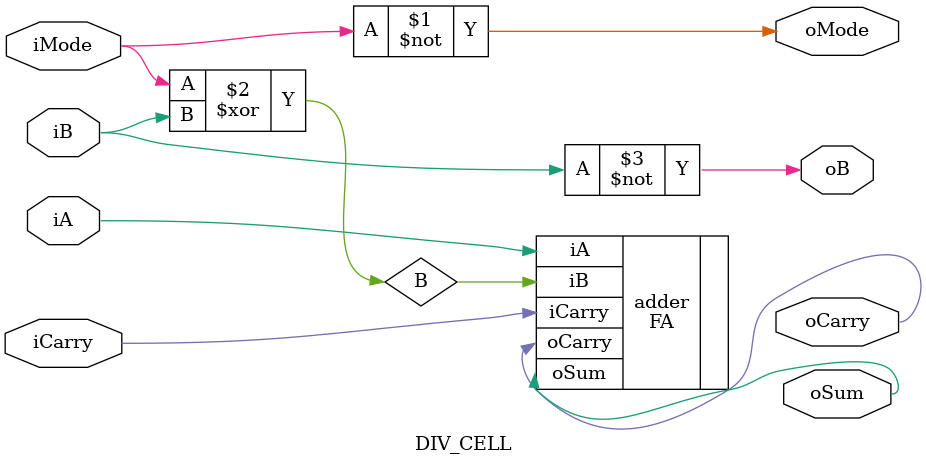
<source format=v>
module DIV_CELL(
    iA, iB, 
    iMode, oMode,
    iCarry, oCarry,
    oSum, oB
);

input wire iA, iB, iMode, iCarry;
output wire oMode, oCarry, oSum, oB;

wire B;
assign oMode = ~iMode;
assign B = iMode ^ iB;
assign oB = ~iB;

FA adder(
    .iB(B),
    .iA(iA),
    .iCarry(iCarry),
    .oCarry(oCarry),
    .oSum(oSum)
);


endmodule


</source>
